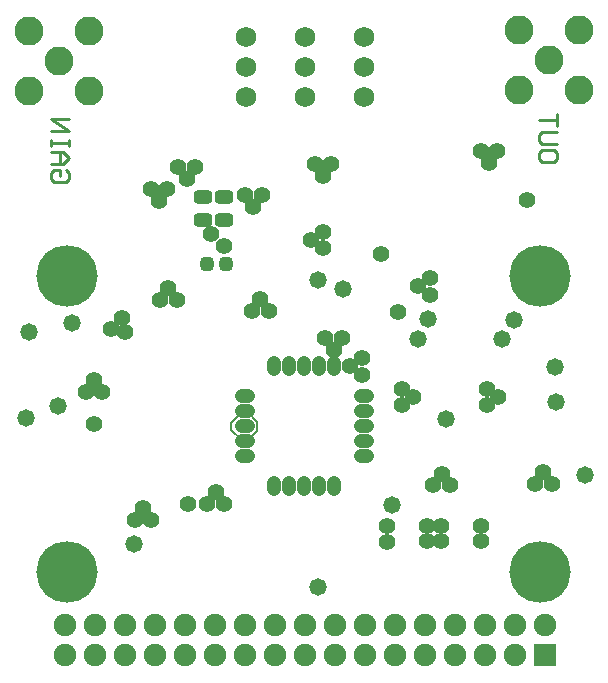
<source format=gbs>
G04*
G04 #@! TF.GenerationSoftware,Altium Limited,Altium Designer,21.2.2 (38)*
G04*
G04 Layer_Color=16711935*
%FSLAX44Y44*%
%MOMM*%
G71*
G04*
G04 #@! TF.SameCoordinates,FBAD0861-C7C3-44E5-B471-CEE513BBFA7F*
G04*
G04*
G04 #@! TF.FilePolarity,Negative*
G04*
G01*
G75*
%ADD10C,0.2000*%
G04:AMPARAMS|DCode=11|XSize=1.1032mm|YSize=1.2032mm|CornerRadius=0.3266mm|HoleSize=0mm|Usage=FLASHONLY|Rotation=180.000|XOffset=0mm|YOffset=0mm|HoleType=Round|Shape=RoundedRectangle|*
%AMROUNDEDRECTD11*
21,1,1.1032,0.5500,0,0,180.0*
21,1,0.4500,1.2032,0,0,180.0*
1,1,0.6532,-0.2250,0.2750*
1,1,0.6532,0.2250,0.2750*
1,1,0.6532,0.2250,-0.2750*
1,1,0.6532,-0.2250,-0.2750*
%
%ADD11ROUNDEDRECTD11*%
G04:AMPARAMS|DCode=19|XSize=1.1532mm|YSize=1.6032mm|CornerRadius=0.3391mm|HoleSize=0mm|Usage=FLASHONLY|Rotation=90.000|XOffset=0mm|YOffset=0mm|HoleType=Round|Shape=RoundedRectangle|*
%AMROUNDEDRECTD19*
21,1,1.1532,0.9250,0,0,90.0*
21,1,0.4750,1.6032,0,0,90.0*
1,1,0.6782,0.4625,0.2375*
1,1,0.6782,0.4625,-0.2375*
1,1,0.6782,-0.4625,-0.2375*
1,1,0.6782,-0.4625,0.2375*
%
%ADD19ROUNDEDRECTD19*%
%ADD27O,1.2532X1.7032*%
%ADD28O,1.7032X1.2532*%
%ADD29C,1.9032*%
%ADD30R,1.9032X1.9032*%
%ADD31C,2.4652*%
%ADD32C,1.7272*%
%ADD33C,1.4732*%
%ADD34C,1.4032*%
%ADD35C,5.2032*%
%ADD66C,0.2540*%
D10*
X448700Y510700D02*
X452300D01*
X461000Y502000D01*
X452300Y485300D02*
X461000Y494000D01*
Y502000D01*
X448700Y485300D02*
X452300D01*
X439000Y501000D02*
X448700Y510700D01*
X439000Y495000D02*
Y501000D01*
Y495000D02*
X448700Y485300D01*
X488300Y546700D02*
Y550300D01*
X513700Y546700D02*
Y550300D01*
D11*
X434000Y635435D02*
D03*
X418000D02*
D03*
D19*
X433000Y692435D02*
D03*
Y672435D02*
D03*
X415000Y692435D02*
D03*
Y672435D02*
D03*
D27*
X487300Y548800D02*
D03*
X512700D02*
D03*
Y447200D02*
D03*
X487300D02*
D03*
X500000Y548800D02*
D03*
X474600D02*
D03*
Y447200D02*
D03*
X500000D02*
D03*
X525400D02*
D03*
Y548800D02*
D03*
D28*
X550800Y510700D02*
D03*
Y485300D02*
D03*
X450200Y510700D02*
D03*
X450200Y485300D02*
D03*
X450200Y472600D02*
D03*
Y523400D02*
D03*
X550800D02*
D03*
Y498000D02*
D03*
Y472600D02*
D03*
X450200Y498000D02*
D03*
D29*
X298000Y304000D02*
D03*
Y329400D02*
D03*
X374200Y304000D02*
D03*
Y329400D02*
D03*
X348800Y304000D02*
D03*
Y329400D02*
D03*
X323400D02*
D03*
Y304000D02*
D03*
X475800D02*
D03*
Y329400D02*
D03*
X450400Y304000D02*
D03*
Y329400D02*
D03*
X425000D02*
D03*
Y304000D02*
D03*
X399600Y329400D02*
D03*
Y304000D02*
D03*
X577400D02*
D03*
Y329400D02*
D03*
X552000Y304000D02*
D03*
Y329400D02*
D03*
X526600D02*
D03*
Y304000D02*
D03*
X501200Y329400D02*
D03*
Y304000D02*
D03*
X602800D02*
D03*
Y329400D02*
D03*
X628200Y304000D02*
D03*
Y329400D02*
D03*
X653600D02*
D03*
Y304000D02*
D03*
X679000Y329400D02*
D03*
Y304000D02*
D03*
X704400Y329400D02*
D03*
D30*
Y304000D02*
D03*
D31*
X733400Y833400D02*
D03*
Y782600D02*
D03*
X682600D02*
D03*
Y833400D02*
D03*
X318400Y832400D02*
D03*
Y781600D02*
D03*
X267600D02*
D03*
Y832400D02*
D03*
X708000Y808000D02*
D03*
X293000Y807000D02*
D03*
D32*
X551500Y776600D02*
D03*
Y802000D02*
D03*
Y827400D02*
D03*
X451500Y776600D02*
D03*
Y802000D02*
D03*
Y827400D02*
D03*
X501500Y776600D02*
D03*
Y802000D02*
D03*
Y827400D02*
D03*
D33*
X292500Y515000D02*
D03*
X303888Y585741D02*
D03*
X265000Y505000D02*
D03*
X267500Y577500D02*
D03*
X356500Y398000D02*
D03*
X512250Y362250D02*
D03*
X574500Y431500D02*
D03*
X713064Y548461D02*
D03*
X678000Y588000D02*
D03*
X605000Y589000D02*
D03*
X533000Y614000D02*
D03*
X512000Y622000D02*
D03*
X714000Y519000D02*
D03*
X621000Y504000D02*
D03*
X738000Y457000D02*
D03*
X668000Y572000D02*
D03*
X597000D02*
D03*
D34*
X336729Y580121D02*
D03*
X348750Y578000D02*
D03*
X346629Y590021D02*
D03*
X370997Y418999D02*
D03*
X363997Y428999D02*
D03*
X356997Y418999D02*
D03*
X650250Y401000D02*
D03*
Y414000D02*
D03*
X616500Y413500D02*
D03*
Y400500D02*
D03*
X655000Y516000D02*
D03*
Y530000D02*
D03*
X665000Y523000D02*
D03*
X593000D02*
D03*
X583000Y530000D02*
D03*
Y516000D02*
D03*
X703000Y459000D02*
D03*
X696000Y449000D02*
D03*
X710000D02*
D03*
X616997Y457999D02*
D03*
X609997Y447999D02*
D03*
X623997D02*
D03*
X571000Y413250D02*
D03*
Y400250D02*
D03*
X604750Y400750D02*
D03*
Y413750D02*
D03*
X322500Y500000D02*
D03*
X402500Y432000D02*
D03*
X580000Y595000D02*
D03*
X566000Y644000D02*
D03*
X689000Y690000D02*
D03*
X650000Y731000D02*
D03*
X664000D02*
D03*
X657000Y721000D02*
D03*
X607000Y623435D02*
D03*
Y609435D02*
D03*
X597000Y616435D02*
D03*
X516565Y710000D02*
D03*
X523565Y720000D02*
D03*
X509565D02*
D03*
X394000Y717435D02*
D03*
X401000Y707435D02*
D03*
X408000Y717435D02*
D03*
X470500Y595935D02*
D03*
X450500Y693935D02*
D03*
X464500D02*
D03*
X463500Y605935D02*
D03*
X422000Y660435D02*
D03*
X392500Y604935D02*
D03*
X433000Y650435D02*
D03*
X378500Y604935D02*
D03*
X385500Y614935D02*
D03*
X457500Y683935D02*
D03*
X456500Y595935D02*
D03*
X384661Y699162D02*
D03*
X370661D02*
D03*
X377661Y689162D02*
D03*
X549400Y541800D02*
D03*
X539400Y548800D02*
D03*
X549400Y555800D02*
D03*
X532400Y572800D02*
D03*
X525400Y562800D02*
D03*
X518400Y572800D02*
D03*
X516468Y648903D02*
D03*
X506468Y655903D02*
D03*
X516468Y662903D02*
D03*
X418500Y432000D02*
D03*
X425500Y442000D02*
D03*
X432500Y432000D02*
D03*
X315500Y527000D02*
D03*
X322500Y537000D02*
D03*
X329500Y527000D02*
D03*
D35*
X700000Y375000D02*
D03*
X300000Y375000D02*
D03*
Y625000D02*
D03*
X700000D02*
D03*
D66*
X714775Y729157D02*
Y724079D01*
X712236Y721540D01*
X702079D01*
X699540Y724079D01*
Y729157D01*
X702079Y731697D01*
X712236D01*
X714775Y729157D01*
Y736775D02*
X702079D01*
X699540Y739314D01*
Y744393D01*
X702079Y746932D01*
X714775D01*
Y752010D02*
Y762167D01*
Y757088D01*
X699540D01*
X299236Y714697D02*
X301775Y712158D01*
Y707079D01*
X299236Y704540D01*
X289079D01*
X286540Y707079D01*
Y712158D01*
X289079Y714697D01*
X294158D01*
Y709618D01*
X286540Y719775D02*
X296697D01*
X301775Y724853D01*
X296697Y729932D01*
X286540D01*
X294158D01*
Y719775D01*
X301775Y735010D02*
Y740089D01*
Y737549D01*
X286540D01*
Y735010D01*
Y740089D01*
Y747706D02*
X301775D01*
X286540Y757863D01*
X301775D01*
M02*

</source>
